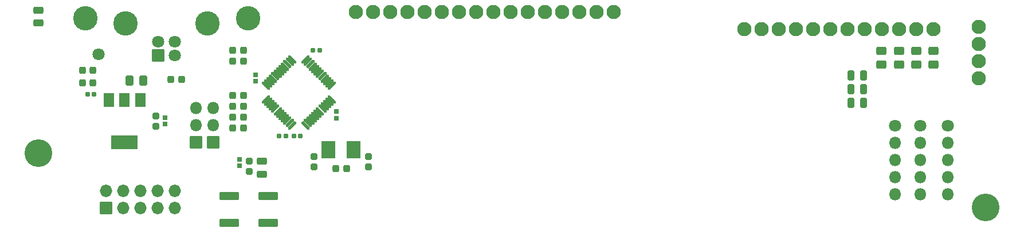
<source format=gbr>
G04 #@! TF.GenerationSoftware,KiCad,Pcbnew,7.0.1*
G04 #@! TF.CreationDate,2023-10-20T10:46:15+03:00*
G04 #@! TF.ProjectId,modelh,6d6f6465-6c68-42e6-9b69-6361645f7063,v0.1*
G04 #@! TF.SameCoordinates,Original*
G04 #@! TF.FileFunction,Soldermask,Top*
G04 #@! TF.FilePolarity,Negative*
%FSLAX46Y46*%
G04 Gerber Fmt 4.6, Leading zero omitted, Abs format (unit mm)*
G04 Created by KiCad (PCBNEW 7.0.1) date 2023-10-20 10:46:15*
%MOMM*%
%LPD*%
G01*
G04 APERTURE LIST*
G04 Aperture macros list*
%AMRoundRect*
0 Rectangle with rounded corners*
0 $1 Rounding radius*
0 $2 $3 $4 $5 $6 $7 $8 $9 X,Y pos of 4 corners*
0 Add a 4 corners polygon primitive as box body*
4,1,4,$2,$3,$4,$5,$6,$7,$8,$9,$2,$3,0*
0 Add four circle primitives for the rounded corners*
1,1,$1+$1,$2,$3*
1,1,$1+$1,$4,$5*
1,1,$1+$1,$6,$7*
1,1,$1+$1,$8,$9*
0 Add four rect primitives between the rounded corners*
20,1,$1+$1,$2,$3,$4,$5,0*
20,1,$1+$1,$4,$5,$6,$7,0*
20,1,$1+$1,$6,$7,$8,$9,0*
20,1,$1+$1,$8,$9,$2,$3,0*%
G04 Aperture macros list end*
%ADD10C,2.101600*%
%ADD11C,3.601600*%
%ADD12C,4.101600*%
%ADD13RoundRect,0.050800X0.850000X-0.850000X0.850000X0.850000X-0.850000X0.850000X-0.850000X-0.850000X0*%
%ADD14C,1.801600*%
%ADD15RoundRect,0.269550X-0.218750X-0.256250X0.218750X-0.256250X0.218750X0.256250X-0.218750X0.256250X0*%
%ADD16RoundRect,0.269550X0.256250X-0.218750X0.256250X0.218750X-0.256250X0.218750X-0.256250X-0.218750X0*%
%ADD17RoundRect,0.050800X-0.750000X1.000000X-0.750000X-1.000000X0.750000X-1.000000X0.750000X1.000000X0*%
%ADD18RoundRect,0.050800X-1.900000X1.000000X-1.900000X-1.000000X1.900000X-1.000000X1.900000X1.000000X0*%
%ADD19RoundRect,0.269550X0.218750X0.256250X-0.218750X0.256250X-0.218750X-0.256250X0.218750X-0.256250X0*%
%ADD20RoundRect,0.050800X0.863600X-0.863600X0.863600X0.863600X-0.863600X0.863600X-0.863600X-0.863600X0*%
%ADD21O,1.828800X1.828800*%
%ADD22RoundRect,0.269550X-0.256250X0.218750X-0.256250X-0.218750X0.256250X-0.218750X0.256250X0.218750X0*%
%ADD23RoundRect,0.198300X0.172500X-0.147500X0.172500X0.147500X-0.172500X0.147500X-0.172500X-0.147500X0*%
%ADD24RoundRect,0.198300X0.147500X0.172500X-0.147500X0.172500X-0.147500X-0.172500X0.147500X-0.172500X0*%
%ADD25RoundRect,0.050800X1.375000X0.500000X-1.375000X0.500000X-1.375000X-0.500000X1.375000X-0.500000X0*%
%ADD26RoundRect,0.050800X0.850000X0.850000X-0.850000X0.850000X-0.850000X-0.850000X0.850000X-0.850000X0*%
%ADD27O,1.801600X1.801600*%
%ADD28RoundRect,0.125800X0.521491X-0.415425X-0.415425X0.521491X-0.521491X0.415425X0.415425X-0.521491X0*%
%ADD29RoundRect,0.125800X0.521491X0.415425X0.415425X0.521491X-0.521491X-0.415425X-0.415425X-0.521491X0*%
%ADD30RoundRect,0.050800X1.000000X1.200000X-1.000000X1.200000X-1.000000X-1.200000X1.000000X-1.200000X0*%
%ADD31RoundRect,0.294550X0.456250X-0.243750X0.456250X0.243750X-0.456250X0.243750X-0.456250X-0.243750X0*%
%ADD32RoundRect,0.198300X-0.172500X0.147500X-0.172500X-0.147500X0.172500X-0.147500X0.172500X0.147500X0*%
%ADD33RoundRect,0.300800X-0.450000X0.325000X-0.450000X-0.325000X0.450000X-0.325000X0.450000X0.325000X0*%
%ADD34RoundRect,0.294550X0.243750X0.456250X-0.243750X0.456250X-0.243750X-0.456250X0.243750X-0.456250X0*%
%ADD35RoundRect,0.198300X-0.147500X-0.172500X0.147500X-0.172500X0.147500X0.172500X-0.147500X0.172500X0*%
%ADD36RoundRect,0.300800X-0.325000X-0.450000X0.325000X-0.450000X0.325000X0.450000X-0.325000X0.450000X0*%
%ADD37RoundRect,0.294550X-0.456250X0.243750X-0.456250X-0.243750X0.456250X-0.243750X0.456250X0.243750X0*%
G04 APERTURE END LIST*
D10*
X208750000Y-53300000D03*
X208750000Y-55840000D03*
X208750000Y-58380000D03*
X208750000Y-60920000D03*
D11*
X76770000Y-51990000D03*
X100770000Y-51990000D03*
D12*
X69770000Y-71990000D03*
X209770000Y-79990000D03*
D13*
X87470000Y-57490000D03*
D14*
X89970000Y-57490000D03*
X89970000Y-55490000D03*
X87470000Y-55490000D03*
D11*
X82700000Y-52780000D03*
X94740000Y-52780000D03*
D15*
X98482500Y-58340000D03*
X100057500Y-58340000D03*
D16*
X87170000Y-68027500D03*
X87170000Y-66452500D03*
D17*
X84820000Y-64090000D03*
X82520000Y-64090000D03*
D18*
X82520000Y-70390000D03*
D17*
X80220000Y-64090000D03*
D15*
X98482500Y-56740000D03*
X100057500Y-56740000D03*
X98482500Y-66640000D03*
X100057500Y-66640000D03*
D19*
X100057500Y-65040000D03*
X98482500Y-65040000D03*
D20*
X79770000Y-80140000D03*
D21*
X79770000Y-77600000D03*
X82310000Y-80140000D03*
X82310000Y-77600000D03*
X84850000Y-80140000D03*
X84850000Y-77600000D03*
X87390000Y-80140000D03*
X87390000Y-77600000D03*
X89930000Y-80140000D03*
X89930000Y-77600000D03*
D22*
X118520000Y-72452500D03*
X118520000Y-74027500D03*
D19*
X115307500Y-74240000D03*
X113732500Y-74240000D03*
D23*
X101870000Y-61325000D03*
X101870000Y-60355000D03*
D24*
X108505000Y-69440000D03*
X107535000Y-69440000D03*
D25*
X103750000Y-82290000D03*
X97990000Y-82290000D03*
X103750000Y-78290000D03*
X97990000Y-78290000D03*
D26*
X95610000Y-70340000D03*
X93070000Y-70340000D03*
D27*
X95610000Y-67800000D03*
X93070000Y-67800000D03*
X95610000Y-65260000D03*
X93070000Y-65260000D03*
D24*
X78040000Y-63240000D03*
X77070000Y-63240000D03*
D23*
X88470000Y-67675000D03*
X88470000Y-66705000D03*
D28*
X109268788Y-67877876D03*
X109622342Y-67524322D03*
X109975895Y-67170769D03*
X110329449Y-66817215D03*
X110683002Y-66463662D03*
X111036555Y-66110109D03*
X111390109Y-65756555D03*
X111743662Y-65403002D03*
X112097215Y-65049449D03*
X112450769Y-64695895D03*
X112804322Y-64342342D03*
X113157876Y-63988788D03*
D29*
X113157876Y-61991212D03*
X112804322Y-61637658D03*
X112450769Y-61284105D03*
X112097215Y-60930551D03*
X111743662Y-60576998D03*
X111390109Y-60223445D03*
X111036555Y-59869891D03*
X110683002Y-59516338D03*
X110329449Y-59162785D03*
X109975895Y-58809231D03*
X109622342Y-58455678D03*
X109268788Y-58102124D03*
D28*
X107271212Y-58102124D03*
X106917658Y-58455678D03*
X106564105Y-58809231D03*
X106210551Y-59162785D03*
X105856998Y-59516338D03*
X105503445Y-59869891D03*
X105149891Y-60223445D03*
X104796338Y-60576998D03*
X104442785Y-60930551D03*
X104089231Y-61284105D03*
X103735678Y-61637658D03*
X103382124Y-61991212D03*
D29*
X103382124Y-63988788D03*
X103735678Y-64342342D03*
X104089231Y-64695895D03*
X104442785Y-65049449D03*
X104796338Y-65403002D03*
X105149891Y-65756555D03*
X105503445Y-66110109D03*
X105856998Y-66463662D03*
X106210551Y-66817215D03*
X106564105Y-67170769D03*
X106917658Y-67524322D03*
X107271212Y-67877876D03*
D19*
X90957500Y-61040000D03*
X89382500Y-61040000D03*
D24*
X106355000Y-69440000D03*
X105385000Y-69440000D03*
D14*
X204170000Y-67940000D03*
D27*
X204170000Y-70480000D03*
X204170000Y-73020000D03*
X204170000Y-75560000D03*
X204170000Y-78100000D03*
D22*
X110520000Y-72452500D03*
X110520000Y-74027500D03*
D14*
X200070000Y-67940000D03*
D27*
X200070000Y-70480000D03*
X200070000Y-73020000D03*
X200070000Y-75560000D03*
X200070000Y-78100000D03*
D14*
X196370000Y-67940000D03*
D27*
X196370000Y-70480000D03*
X196370000Y-73020000D03*
X196370000Y-75560000D03*
X196370000Y-78100000D03*
D30*
X116370000Y-71490000D03*
X112670000Y-71490000D03*
D31*
X102770000Y-75077500D03*
X102770000Y-73202500D03*
D22*
X100970000Y-73152500D03*
X100970000Y-74727500D03*
D19*
X100057500Y-68240000D03*
X98482500Y-68240000D03*
X100057500Y-63440000D03*
X98482500Y-63440000D03*
D10*
X174080000Y-53600000D03*
X176620000Y-53600000D03*
X179160000Y-53600000D03*
X181700000Y-53600000D03*
X184240000Y-53600000D03*
X186780000Y-53600000D03*
X189320000Y-53600000D03*
X191860000Y-53600000D03*
X194400000Y-53600000D03*
X196940000Y-53600000D03*
X199480000Y-53600000D03*
X202020000Y-53600000D03*
D32*
X99470000Y-72905000D03*
X99470000Y-73875000D03*
D33*
X196970000Y-56815000D03*
X196970000Y-58865000D03*
X194370000Y-56790000D03*
X194370000Y-58840000D03*
X202070000Y-56815000D03*
X202070000Y-58865000D03*
X199470000Y-56815000D03*
X199470000Y-58865000D03*
D34*
X191737500Y-60440000D03*
X189862500Y-60440000D03*
X191737500Y-62470000D03*
X189862500Y-62470000D03*
X191737500Y-64540000D03*
X189862500Y-64540000D03*
D35*
X110385000Y-56740000D03*
X111355000Y-56740000D03*
D36*
X83245000Y-61240000D03*
X85295000Y-61240000D03*
D10*
X116700000Y-51100000D03*
X119240000Y-51100000D03*
X121780000Y-51100000D03*
X124320000Y-51100000D03*
X126860000Y-51100000D03*
X129400000Y-51100000D03*
X131940000Y-51100000D03*
X134480000Y-51100000D03*
X137020000Y-51100000D03*
X139560000Y-51100000D03*
X142100000Y-51100000D03*
X144640000Y-51100000D03*
X147180000Y-51100000D03*
X149720000Y-51100000D03*
X152260000Y-51100000D03*
X154800000Y-51100000D03*
D14*
X78670000Y-57340000D03*
D19*
X77870000Y-61540000D03*
X76295000Y-61540000D03*
D37*
X69770000Y-50802500D03*
X69770000Y-52677500D03*
D15*
X76282500Y-59740000D03*
X77857500Y-59740000D03*
D32*
X113800000Y-65815000D03*
X113800000Y-66785000D03*
G36*
X107526427Y-67200609D02*
G01*
X107526242Y-67202485D01*
X107505067Y-67234175D01*
X107561355Y-67290465D01*
X107593056Y-67269283D01*
X107594932Y-67269098D01*
X107596129Y-67270556D01*
X107595581Y-67272360D01*
X106665696Y-68202245D01*
X106663892Y-68202793D01*
X106662434Y-68201596D01*
X106662619Y-68199720D01*
X106683801Y-68168019D01*
X106627511Y-68111731D01*
X106595821Y-68132906D01*
X106593945Y-68133091D01*
X106592748Y-68131633D01*
X106593296Y-68129829D01*
X107523165Y-67199960D01*
X107524969Y-67199412D01*
X107526427Y-67200609D01*
G37*
G36*
X109016829Y-67199955D02*
G01*
X109946707Y-68129833D01*
X109947255Y-68131637D01*
X109946058Y-68133095D01*
X109944182Y-68132910D01*
X109912486Y-68111731D01*
X109856197Y-68168020D01*
X109877376Y-68199716D01*
X109877561Y-68201592D01*
X109876103Y-68202789D01*
X109874299Y-68202241D01*
X108944421Y-67272363D01*
X108943873Y-67270559D01*
X108945070Y-67269101D01*
X108946946Y-67269286D01*
X108978642Y-67290465D01*
X109034931Y-67234176D01*
X109013752Y-67202480D01*
X109013567Y-67200604D01*
X109015025Y-67199407D01*
X109016829Y-67199955D01*
G37*
G36*
X107172874Y-66847056D02*
G01*
X107172689Y-66848932D01*
X107151516Y-66880619D01*
X107207804Y-66936909D01*
X107239502Y-66915729D01*
X107241378Y-66915544D01*
X107242575Y-66917002D01*
X107242027Y-66918806D01*
X106312142Y-67848691D01*
X106310338Y-67849239D01*
X106308880Y-67848042D01*
X106309065Y-67846166D01*
X106330245Y-67814468D01*
X106273955Y-67758180D01*
X106242268Y-67779353D01*
X106240392Y-67779538D01*
X106239195Y-67778080D01*
X106239743Y-67776276D01*
X107169612Y-66846407D01*
X107171416Y-66845859D01*
X107172874Y-66847056D01*
G37*
G36*
X109370382Y-66846402D02*
G01*
X110300260Y-67776280D01*
X110300808Y-67778084D01*
X110299611Y-67779542D01*
X110297735Y-67779357D01*
X110266042Y-67758180D01*
X110209753Y-67814469D01*
X110230930Y-67846162D01*
X110231115Y-67848038D01*
X110229657Y-67849235D01*
X110227853Y-67848687D01*
X109297975Y-66918809D01*
X109297427Y-66917005D01*
X109298624Y-66915547D01*
X109300500Y-66915732D01*
X109332193Y-66936909D01*
X109388482Y-66880620D01*
X109367305Y-66848927D01*
X109367120Y-66847051D01*
X109368578Y-66845854D01*
X109370382Y-66846402D01*
G37*
G36*
X106819320Y-66493502D02*
G01*
X106819135Y-66495378D01*
X106797960Y-66527068D01*
X106854248Y-66583358D01*
X106885949Y-66562176D01*
X106887825Y-66561991D01*
X106889022Y-66563449D01*
X106888474Y-66565253D01*
X105958589Y-67495138D01*
X105956785Y-67495686D01*
X105955327Y-67494489D01*
X105955512Y-67492613D01*
X105976694Y-67460912D01*
X105920404Y-67404624D01*
X105888714Y-67425799D01*
X105886838Y-67425984D01*
X105885641Y-67424526D01*
X105886189Y-67422722D01*
X106816058Y-66492853D01*
X106817862Y-66492305D01*
X106819320Y-66493502D01*
G37*
G36*
X109723936Y-66492848D02*
G01*
X110653814Y-67422726D01*
X110654362Y-67424530D01*
X110653165Y-67425988D01*
X110651289Y-67425803D01*
X110619593Y-67404624D01*
X110563304Y-67460913D01*
X110584483Y-67492609D01*
X110584668Y-67494485D01*
X110583210Y-67495682D01*
X110581406Y-67495134D01*
X109651528Y-66565256D01*
X109650980Y-66563452D01*
X109652177Y-66561994D01*
X109654053Y-66562179D01*
X109685749Y-66583358D01*
X109742038Y-66527069D01*
X109720859Y-66495373D01*
X109720674Y-66493497D01*
X109722132Y-66492300D01*
X109723936Y-66492848D01*
G37*
G36*
X106465767Y-66139949D02*
G01*
X106465582Y-66141825D01*
X106444409Y-66173512D01*
X106500697Y-66229802D01*
X106532395Y-66208622D01*
X106534271Y-66208437D01*
X106535468Y-66209895D01*
X106534920Y-66211699D01*
X105605035Y-67141584D01*
X105603231Y-67142132D01*
X105601773Y-67140935D01*
X105601958Y-67139059D01*
X105623138Y-67107361D01*
X105566848Y-67051073D01*
X105535161Y-67072246D01*
X105533285Y-67072431D01*
X105532088Y-67070973D01*
X105532636Y-67069169D01*
X106462505Y-66139300D01*
X106464309Y-66138752D01*
X106465767Y-66139949D01*
G37*
G36*
X110077489Y-66139295D02*
G01*
X111007367Y-67069173D01*
X111007915Y-67070977D01*
X111006718Y-67072435D01*
X111004842Y-67072250D01*
X110973149Y-67051073D01*
X110916860Y-67107362D01*
X110938037Y-67139055D01*
X110938222Y-67140931D01*
X110936764Y-67142128D01*
X110934960Y-67141580D01*
X110005082Y-66211702D01*
X110004534Y-66209898D01*
X110005731Y-66208440D01*
X110007607Y-66208625D01*
X110039300Y-66229802D01*
X110095589Y-66173513D01*
X110074412Y-66141820D01*
X110074227Y-66139944D01*
X110075685Y-66138747D01*
X110077489Y-66139295D01*
G37*
G36*
X106112214Y-65786396D02*
G01*
X106112029Y-65788272D01*
X106090856Y-65819959D01*
X106147144Y-65876249D01*
X106178842Y-65855069D01*
X106180718Y-65854884D01*
X106181915Y-65856342D01*
X106181367Y-65858146D01*
X105251482Y-66788031D01*
X105249678Y-66788579D01*
X105248220Y-66787382D01*
X105248405Y-66785506D01*
X105269585Y-66753808D01*
X105213295Y-66697520D01*
X105181608Y-66718693D01*
X105179732Y-66718878D01*
X105178535Y-66717420D01*
X105179083Y-66715616D01*
X106108952Y-65785747D01*
X106110756Y-65785199D01*
X106112214Y-65786396D01*
G37*
G36*
X110431042Y-65785742D02*
G01*
X111360920Y-66715620D01*
X111361468Y-66717424D01*
X111360271Y-66718882D01*
X111358395Y-66718697D01*
X111326702Y-66697520D01*
X111270413Y-66753809D01*
X111291590Y-66785502D01*
X111291775Y-66787378D01*
X111290317Y-66788575D01*
X111288513Y-66788027D01*
X110358635Y-65858149D01*
X110358087Y-65856345D01*
X110359284Y-65854887D01*
X110361160Y-65855072D01*
X110392853Y-65876249D01*
X110449142Y-65819960D01*
X110427965Y-65788267D01*
X110427780Y-65786391D01*
X110429238Y-65785194D01*
X110431042Y-65785742D01*
G37*
G36*
X105758660Y-65432842D02*
G01*
X105758475Y-65434718D01*
X105737300Y-65466408D01*
X105793588Y-65522698D01*
X105825289Y-65501516D01*
X105827165Y-65501331D01*
X105828362Y-65502789D01*
X105827814Y-65504593D01*
X104897929Y-66434478D01*
X104896125Y-66435026D01*
X104894667Y-66433829D01*
X104894852Y-66431953D01*
X104916034Y-66400252D01*
X104859744Y-66343964D01*
X104828054Y-66365139D01*
X104826178Y-66365324D01*
X104824981Y-66363866D01*
X104825529Y-66362062D01*
X105755398Y-65432193D01*
X105757202Y-65431645D01*
X105758660Y-65432842D01*
G37*
G36*
X110784596Y-65432188D02*
G01*
X111714474Y-66362066D01*
X111715022Y-66363870D01*
X111713825Y-66365328D01*
X111711949Y-66365143D01*
X111680253Y-66343964D01*
X111623964Y-66400253D01*
X111645143Y-66431949D01*
X111645328Y-66433825D01*
X111643870Y-66435022D01*
X111642066Y-66434474D01*
X110712188Y-65504596D01*
X110711640Y-65502792D01*
X110712837Y-65501334D01*
X110714713Y-65501519D01*
X110746409Y-65522698D01*
X110802698Y-65466409D01*
X110781519Y-65434713D01*
X110781334Y-65432837D01*
X110782792Y-65431640D01*
X110784596Y-65432188D01*
G37*
G36*
X105405107Y-65079289D02*
G01*
X105404922Y-65081165D01*
X105383749Y-65112852D01*
X105440037Y-65169142D01*
X105471735Y-65147962D01*
X105473611Y-65147777D01*
X105474808Y-65149235D01*
X105474260Y-65151039D01*
X104544375Y-66080924D01*
X104542571Y-66081472D01*
X104541113Y-66080275D01*
X104541298Y-66078399D01*
X104562478Y-66046701D01*
X104506188Y-65990413D01*
X104474501Y-66011586D01*
X104472625Y-66011771D01*
X104471428Y-66010313D01*
X104471976Y-66008509D01*
X105401845Y-65078640D01*
X105403649Y-65078092D01*
X105405107Y-65079289D01*
G37*
G36*
X111138149Y-65078635D02*
G01*
X112068027Y-66008513D01*
X112068575Y-66010317D01*
X112067378Y-66011775D01*
X112065502Y-66011590D01*
X112033809Y-65990413D01*
X111977520Y-66046702D01*
X111998697Y-66078395D01*
X111998882Y-66080271D01*
X111997424Y-66081468D01*
X111995620Y-66080920D01*
X111065742Y-65151042D01*
X111065194Y-65149238D01*
X111066391Y-65147780D01*
X111068267Y-65147965D01*
X111099960Y-65169142D01*
X111156249Y-65112853D01*
X111135072Y-65081160D01*
X111134887Y-65079284D01*
X111136345Y-65078087D01*
X111138149Y-65078635D01*
G37*
G36*
X105051554Y-64725736D02*
G01*
X105051369Y-64727612D01*
X105030196Y-64759299D01*
X105086484Y-64815589D01*
X105118182Y-64794409D01*
X105120058Y-64794224D01*
X105121255Y-64795682D01*
X105120707Y-64797486D01*
X104190822Y-65727371D01*
X104189018Y-65727919D01*
X104187560Y-65726722D01*
X104187745Y-65724846D01*
X104208925Y-65693148D01*
X104152635Y-65636860D01*
X104120948Y-65658033D01*
X104119072Y-65658218D01*
X104117875Y-65656760D01*
X104118423Y-65654956D01*
X105048292Y-64725087D01*
X105050096Y-64724539D01*
X105051554Y-64725736D01*
G37*
G36*
X111491702Y-64725082D02*
G01*
X112421580Y-65654960D01*
X112422128Y-65656764D01*
X112420931Y-65658222D01*
X112419055Y-65658037D01*
X112387362Y-65636860D01*
X112331073Y-65693149D01*
X112352250Y-65724842D01*
X112352435Y-65726718D01*
X112350977Y-65727915D01*
X112349173Y-65727367D01*
X111419295Y-64797489D01*
X111418747Y-64795685D01*
X111419944Y-64794227D01*
X111421820Y-64794412D01*
X111453513Y-64815589D01*
X111509802Y-64759300D01*
X111488625Y-64727607D01*
X111488440Y-64725731D01*
X111489898Y-64724534D01*
X111491702Y-64725082D01*
G37*
G36*
X104698000Y-64372182D02*
G01*
X104697815Y-64374058D01*
X104676640Y-64405748D01*
X104732928Y-64462038D01*
X104764629Y-64440856D01*
X104766505Y-64440671D01*
X104767702Y-64442129D01*
X104767154Y-64443933D01*
X103837269Y-65373818D01*
X103835465Y-65374366D01*
X103834007Y-65373169D01*
X103834192Y-65371293D01*
X103855374Y-65339592D01*
X103799084Y-65283304D01*
X103767394Y-65304479D01*
X103765518Y-65304664D01*
X103764321Y-65303206D01*
X103764869Y-65301402D01*
X104694738Y-64371533D01*
X104696542Y-64370985D01*
X104698000Y-64372182D01*
G37*
G36*
X111845256Y-64371528D02*
G01*
X112775134Y-65301406D01*
X112775682Y-65303210D01*
X112774485Y-65304668D01*
X112772609Y-65304483D01*
X112740913Y-65283304D01*
X112684624Y-65339593D01*
X112705803Y-65371289D01*
X112705988Y-65373165D01*
X112704530Y-65374362D01*
X112702726Y-65373814D01*
X111772848Y-64443936D01*
X111772300Y-64442132D01*
X111773497Y-64440674D01*
X111775373Y-64440859D01*
X111807069Y-64462038D01*
X111863358Y-64405749D01*
X111842179Y-64374053D01*
X111841994Y-64372177D01*
X111843452Y-64370980D01*
X111845256Y-64371528D01*
G37*
G36*
X104344447Y-64018629D02*
G01*
X104344262Y-64020505D01*
X104323089Y-64052192D01*
X104379377Y-64108482D01*
X104411075Y-64087302D01*
X104412951Y-64087117D01*
X104414148Y-64088575D01*
X104413600Y-64090379D01*
X103483715Y-65020264D01*
X103481911Y-65020812D01*
X103480453Y-65019615D01*
X103480638Y-65017739D01*
X103501818Y-64986041D01*
X103445528Y-64929753D01*
X103413841Y-64950926D01*
X103411965Y-64951111D01*
X103410768Y-64949653D01*
X103411316Y-64947849D01*
X104341185Y-64017980D01*
X104342989Y-64017432D01*
X104344447Y-64018629D01*
G37*
G36*
X112198809Y-64017975D02*
G01*
X113128687Y-64947853D01*
X113129235Y-64949657D01*
X113128038Y-64951115D01*
X113126162Y-64950930D01*
X113094469Y-64929753D01*
X113038180Y-64986042D01*
X113059357Y-65017735D01*
X113059542Y-65019611D01*
X113058084Y-65020808D01*
X113056280Y-65020260D01*
X112126402Y-64090382D01*
X112125854Y-64088578D01*
X112127051Y-64087120D01*
X112128927Y-64087305D01*
X112160620Y-64108482D01*
X112216909Y-64052193D01*
X112195732Y-64020500D01*
X112195547Y-64018624D01*
X112197005Y-64017427D01*
X112198809Y-64017975D01*
G37*
G36*
X103990893Y-63665075D02*
G01*
X103990708Y-63666951D01*
X103969533Y-63698641D01*
X104025821Y-63754931D01*
X104057522Y-63733749D01*
X104059398Y-63733564D01*
X104060595Y-63735022D01*
X104060047Y-63736826D01*
X103130162Y-64666711D01*
X103128358Y-64667259D01*
X103126900Y-64666062D01*
X103127085Y-64664186D01*
X103148267Y-64632485D01*
X103091977Y-64576197D01*
X103060287Y-64597372D01*
X103058411Y-64597557D01*
X103057214Y-64596099D01*
X103057762Y-64594295D01*
X103987631Y-63664426D01*
X103989435Y-63663878D01*
X103990893Y-63665075D01*
G37*
G36*
X112552363Y-63664421D02*
G01*
X113482241Y-64594299D01*
X113482789Y-64596103D01*
X113481592Y-64597561D01*
X113479716Y-64597376D01*
X113448020Y-64576197D01*
X113391731Y-64632486D01*
X113412910Y-64664182D01*
X113413095Y-64666058D01*
X113411637Y-64667255D01*
X113409833Y-64666707D01*
X112479955Y-63736829D01*
X112479407Y-63735025D01*
X112480604Y-63733567D01*
X112482480Y-63733752D01*
X112514176Y-63754931D01*
X112570465Y-63698642D01*
X112549286Y-63666946D01*
X112549101Y-63665070D01*
X112550559Y-63663873D01*
X112552363Y-63664421D01*
G37*
G36*
X113413091Y-61313945D02*
G01*
X113412906Y-61315821D01*
X113391731Y-61347511D01*
X113448019Y-61403801D01*
X113479720Y-61382619D01*
X113481596Y-61382434D01*
X113482793Y-61383892D01*
X113482245Y-61385696D01*
X112552360Y-62315581D01*
X112550556Y-62316129D01*
X112549098Y-62314932D01*
X112549283Y-62313056D01*
X112570465Y-62281355D01*
X112514175Y-62225067D01*
X112482485Y-62246242D01*
X112480609Y-62246427D01*
X112479412Y-62244969D01*
X112479960Y-62243165D01*
X113409829Y-61313296D01*
X113411633Y-61312748D01*
X113413091Y-61313945D01*
G37*
G36*
X103130165Y-61313291D02*
G01*
X104060043Y-62243169D01*
X104060591Y-62244973D01*
X104059394Y-62246431D01*
X104057518Y-62246246D01*
X104025822Y-62225067D01*
X103969533Y-62281356D01*
X103990712Y-62313052D01*
X103990897Y-62314928D01*
X103989439Y-62316125D01*
X103987635Y-62315577D01*
X103057757Y-61385699D01*
X103057209Y-61383895D01*
X103058406Y-61382437D01*
X103060282Y-61382622D01*
X103091978Y-61403801D01*
X103148267Y-61347512D01*
X103127088Y-61315816D01*
X103126903Y-61313940D01*
X103128361Y-61312743D01*
X103130165Y-61313291D01*
G37*
G36*
X113059538Y-60960392D02*
G01*
X113059353Y-60962268D01*
X113038180Y-60993955D01*
X113094468Y-61050245D01*
X113126166Y-61029065D01*
X113128042Y-61028880D01*
X113129239Y-61030338D01*
X113128691Y-61032142D01*
X112198806Y-61962027D01*
X112197002Y-61962575D01*
X112195544Y-61961378D01*
X112195729Y-61959502D01*
X112216909Y-61927804D01*
X112160619Y-61871516D01*
X112128932Y-61892689D01*
X112127056Y-61892874D01*
X112125859Y-61891416D01*
X112126407Y-61889612D01*
X113056276Y-60959743D01*
X113058080Y-60959195D01*
X113059538Y-60960392D01*
G37*
G36*
X103483718Y-60959738D02*
G01*
X104413596Y-61889616D01*
X104414144Y-61891420D01*
X104412947Y-61892878D01*
X104411071Y-61892693D01*
X104379378Y-61871516D01*
X104323089Y-61927805D01*
X104344266Y-61959498D01*
X104344451Y-61961374D01*
X104342993Y-61962571D01*
X104341189Y-61962023D01*
X103411311Y-61032145D01*
X103410763Y-61030341D01*
X103411960Y-61028883D01*
X103413836Y-61029068D01*
X103445529Y-61050245D01*
X103501818Y-60993956D01*
X103480641Y-60962263D01*
X103480456Y-60960387D01*
X103481914Y-60959190D01*
X103483718Y-60959738D01*
G37*
G36*
X112705984Y-60606838D02*
G01*
X112705799Y-60608714D01*
X112684624Y-60640404D01*
X112740912Y-60696694D01*
X112772613Y-60675512D01*
X112774489Y-60675327D01*
X112775686Y-60676785D01*
X112775138Y-60678589D01*
X111845253Y-61608474D01*
X111843449Y-61609022D01*
X111841991Y-61607825D01*
X111842176Y-61605949D01*
X111863358Y-61574248D01*
X111807068Y-61517960D01*
X111775378Y-61539135D01*
X111773502Y-61539320D01*
X111772305Y-61537862D01*
X111772853Y-61536058D01*
X112702722Y-60606189D01*
X112704526Y-60605641D01*
X112705984Y-60606838D01*
G37*
G36*
X103837272Y-60606184D02*
G01*
X104767150Y-61536062D01*
X104767698Y-61537866D01*
X104766501Y-61539324D01*
X104764625Y-61539139D01*
X104732929Y-61517960D01*
X104676640Y-61574249D01*
X104697819Y-61605945D01*
X104698004Y-61607821D01*
X104696546Y-61609018D01*
X104694742Y-61608470D01*
X103764864Y-60678592D01*
X103764316Y-60676788D01*
X103765513Y-60675330D01*
X103767389Y-60675515D01*
X103799085Y-60696694D01*
X103855374Y-60640405D01*
X103834195Y-60608709D01*
X103834010Y-60606833D01*
X103835468Y-60605636D01*
X103837272Y-60606184D01*
G37*
G36*
X112352431Y-60253285D02*
G01*
X112352246Y-60255161D01*
X112331073Y-60286848D01*
X112387361Y-60343138D01*
X112419059Y-60321958D01*
X112420935Y-60321773D01*
X112422132Y-60323231D01*
X112421584Y-60325035D01*
X111491699Y-61254920D01*
X111489895Y-61255468D01*
X111488437Y-61254271D01*
X111488622Y-61252395D01*
X111509802Y-61220697D01*
X111453512Y-61164409D01*
X111421825Y-61185582D01*
X111419949Y-61185767D01*
X111418752Y-61184309D01*
X111419300Y-61182505D01*
X112349169Y-60252636D01*
X112350973Y-60252088D01*
X112352431Y-60253285D01*
G37*
G36*
X104190825Y-60252631D02*
G01*
X105120703Y-61182509D01*
X105121251Y-61184313D01*
X105120054Y-61185771D01*
X105118178Y-61185586D01*
X105086485Y-61164409D01*
X105030196Y-61220698D01*
X105051373Y-61252391D01*
X105051558Y-61254267D01*
X105050100Y-61255464D01*
X105048296Y-61254916D01*
X104118418Y-60325038D01*
X104117870Y-60323234D01*
X104119067Y-60321776D01*
X104120943Y-60321961D01*
X104152636Y-60343138D01*
X104208925Y-60286849D01*
X104187748Y-60255156D01*
X104187563Y-60253280D01*
X104189021Y-60252083D01*
X104190825Y-60252631D01*
G37*
G36*
X111998878Y-59899732D02*
G01*
X111998693Y-59901608D01*
X111977520Y-59933295D01*
X112033808Y-59989585D01*
X112065506Y-59968405D01*
X112067382Y-59968220D01*
X112068579Y-59969678D01*
X112068031Y-59971482D01*
X111138146Y-60901367D01*
X111136342Y-60901915D01*
X111134884Y-60900718D01*
X111135069Y-60898842D01*
X111156249Y-60867144D01*
X111099959Y-60810856D01*
X111068272Y-60832029D01*
X111066396Y-60832214D01*
X111065199Y-60830756D01*
X111065747Y-60828952D01*
X111995616Y-59899083D01*
X111997420Y-59898535D01*
X111998878Y-59899732D01*
G37*
G36*
X104544378Y-59899078D02*
G01*
X105474256Y-60828956D01*
X105474804Y-60830760D01*
X105473607Y-60832218D01*
X105471731Y-60832033D01*
X105440038Y-60810856D01*
X105383749Y-60867145D01*
X105404926Y-60898838D01*
X105405111Y-60900714D01*
X105403653Y-60901911D01*
X105401849Y-60901363D01*
X104471971Y-59971485D01*
X104471423Y-59969681D01*
X104472620Y-59968223D01*
X104474496Y-59968408D01*
X104506189Y-59989585D01*
X104562478Y-59933296D01*
X104541301Y-59901603D01*
X104541116Y-59899727D01*
X104542574Y-59898530D01*
X104544378Y-59899078D01*
G37*
G36*
X111645324Y-59546178D02*
G01*
X111645139Y-59548054D01*
X111623964Y-59579744D01*
X111680252Y-59636034D01*
X111711953Y-59614852D01*
X111713829Y-59614667D01*
X111715026Y-59616125D01*
X111714478Y-59617929D01*
X110784593Y-60547814D01*
X110782789Y-60548362D01*
X110781331Y-60547165D01*
X110781516Y-60545289D01*
X110802698Y-60513588D01*
X110746408Y-60457300D01*
X110714718Y-60478475D01*
X110712842Y-60478660D01*
X110711645Y-60477202D01*
X110712193Y-60475398D01*
X111642062Y-59545529D01*
X111643866Y-59544981D01*
X111645324Y-59546178D01*
G37*
G36*
X104897932Y-59545524D02*
G01*
X105827810Y-60475402D01*
X105828358Y-60477206D01*
X105827161Y-60478664D01*
X105825285Y-60478479D01*
X105793589Y-60457300D01*
X105737300Y-60513589D01*
X105758479Y-60545285D01*
X105758664Y-60547161D01*
X105757206Y-60548358D01*
X105755402Y-60547810D01*
X104825524Y-59617932D01*
X104824976Y-59616128D01*
X104826173Y-59614670D01*
X104828049Y-59614855D01*
X104859745Y-59636034D01*
X104916034Y-59579745D01*
X104894855Y-59548049D01*
X104894670Y-59546173D01*
X104896128Y-59544976D01*
X104897932Y-59545524D01*
G37*
G36*
X111291771Y-59192625D02*
G01*
X111291586Y-59194501D01*
X111270413Y-59226188D01*
X111326701Y-59282478D01*
X111358399Y-59261298D01*
X111360275Y-59261113D01*
X111361472Y-59262571D01*
X111360924Y-59264375D01*
X110431039Y-60194260D01*
X110429235Y-60194808D01*
X110427777Y-60193611D01*
X110427962Y-60191735D01*
X110449142Y-60160037D01*
X110392852Y-60103749D01*
X110361165Y-60124922D01*
X110359289Y-60125107D01*
X110358092Y-60123649D01*
X110358640Y-60121845D01*
X111288509Y-59191976D01*
X111290313Y-59191428D01*
X111291771Y-59192625D01*
G37*
G36*
X105251485Y-59191971D02*
G01*
X106181363Y-60121849D01*
X106181911Y-60123653D01*
X106180714Y-60125111D01*
X106178838Y-60124926D01*
X106147145Y-60103749D01*
X106090856Y-60160038D01*
X106112033Y-60191731D01*
X106112218Y-60193607D01*
X106110760Y-60194804D01*
X106108956Y-60194256D01*
X105179078Y-59264378D01*
X105178530Y-59262574D01*
X105179727Y-59261116D01*
X105181603Y-59261301D01*
X105213296Y-59282478D01*
X105269585Y-59226189D01*
X105248408Y-59194496D01*
X105248223Y-59192620D01*
X105249681Y-59191423D01*
X105251485Y-59191971D01*
G37*
G36*
X110938218Y-58839072D02*
G01*
X110938033Y-58840948D01*
X110916860Y-58872635D01*
X110973148Y-58928925D01*
X111004846Y-58907745D01*
X111006722Y-58907560D01*
X111007919Y-58909018D01*
X111007371Y-58910822D01*
X110077486Y-59840707D01*
X110075682Y-59841255D01*
X110074224Y-59840058D01*
X110074409Y-59838182D01*
X110095589Y-59806484D01*
X110039299Y-59750196D01*
X110007612Y-59771369D01*
X110005736Y-59771554D01*
X110004539Y-59770096D01*
X110005087Y-59768292D01*
X110934956Y-58838423D01*
X110936760Y-58837875D01*
X110938218Y-58839072D01*
G37*
G36*
X105605038Y-58838418D02*
G01*
X106534916Y-59768296D01*
X106535464Y-59770100D01*
X106534267Y-59771558D01*
X106532391Y-59771373D01*
X106500698Y-59750196D01*
X106444409Y-59806485D01*
X106465586Y-59838178D01*
X106465771Y-59840054D01*
X106464313Y-59841251D01*
X106462509Y-59840703D01*
X105532631Y-58910825D01*
X105532083Y-58909021D01*
X105533280Y-58907563D01*
X105535156Y-58907748D01*
X105566849Y-58928925D01*
X105623138Y-58872636D01*
X105601961Y-58840943D01*
X105601776Y-58839067D01*
X105603234Y-58837870D01*
X105605038Y-58838418D01*
G37*
G36*
X110584664Y-58485518D02*
G01*
X110584479Y-58487394D01*
X110563304Y-58519084D01*
X110619592Y-58575374D01*
X110651293Y-58554192D01*
X110653169Y-58554007D01*
X110654366Y-58555465D01*
X110653818Y-58557269D01*
X109723933Y-59487154D01*
X109722129Y-59487702D01*
X109720671Y-59486505D01*
X109720856Y-59484629D01*
X109742038Y-59452928D01*
X109685748Y-59396640D01*
X109654058Y-59417815D01*
X109652182Y-59418000D01*
X109650985Y-59416542D01*
X109651533Y-59414738D01*
X110581402Y-58484869D01*
X110583206Y-58484321D01*
X110584664Y-58485518D01*
G37*
G36*
X105958592Y-58484864D02*
G01*
X106888470Y-59414742D01*
X106889018Y-59416546D01*
X106887821Y-59418004D01*
X106885945Y-59417819D01*
X106854249Y-59396640D01*
X106797960Y-59452929D01*
X106819139Y-59484625D01*
X106819324Y-59486501D01*
X106817866Y-59487698D01*
X106816062Y-59487150D01*
X105886184Y-58557272D01*
X105885636Y-58555468D01*
X105886833Y-58554010D01*
X105888709Y-58554195D01*
X105920405Y-58575374D01*
X105976694Y-58519085D01*
X105955515Y-58487389D01*
X105955330Y-58485513D01*
X105956788Y-58484316D01*
X105958592Y-58484864D01*
G37*
G36*
X110231111Y-58131965D02*
G01*
X110230926Y-58133841D01*
X110209753Y-58165528D01*
X110266041Y-58221818D01*
X110297739Y-58200638D01*
X110299615Y-58200453D01*
X110300812Y-58201911D01*
X110300264Y-58203715D01*
X109370379Y-59133600D01*
X109368575Y-59134148D01*
X109367117Y-59132951D01*
X109367302Y-59131075D01*
X109388482Y-59099377D01*
X109332192Y-59043089D01*
X109300505Y-59064262D01*
X109298629Y-59064447D01*
X109297432Y-59062989D01*
X109297980Y-59061185D01*
X110227849Y-58131316D01*
X110229653Y-58130768D01*
X110231111Y-58131965D01*
G37*
G36*
X106312145Y-58131311D02*
G01*
X107242023Y-59061189D01*
X107242571Y-59062993D01*
X107241374Y-59064451D01*
X107239498Y-59064266D01*
X107207805Y-59043089D01*
X107151516Y-59099378D01*
X107172693Y-59131071D01*
X107172878Y-59132947D01*
X107171420Y-59134144D01*
X107169616Y-59133596D01*
X106239738Y-58203718D01*
X106239190Y-58201914D01*
X106240387Y-58200456D01*
X106242263Y-58200641D01*
X106273956Y-58221818D01*
X106330245Y-58165529D01*
X106309068Y-58133836D01*
X106308883Y-58131960D01*
X106310341Y-58130763D01*
X106312145Y-58131311D01*
G37*
G36*
X109877557Y-57778411D02*
G01*
X109877372Y-57780287D01*
X109856197Y-57811977D01*
X109912485Y-57868267D01*
X109944186Y-57847085D01*
X109946062Y-57846900D01*
X109947259Y-57848358D01*
X109946711Y-57850162D01*
X109016826Y-58780047D01*
X109015022Y-58780595D01*
X109013564Y-58779398D01*
X109013749Y-58777522D01*
X109034931Y-58745821D01*
X108978641Y-58689533D01*
X108946951Y-58710708D01*
X108945075Y-58710893D01*
X108943878Y-58709435D01*
X108944426Y-58707631D01*
X109874295Y-57777762D01*
X109876099Y-57777214D01*
X109877557Y-57778411D01*
G37*
G36*
X106665699Y-57777757D02*
G01*
X107595577Y-58707635D01*
X107596125Y-58709439D01*
X107594928Y-58710897D01*
X107593052Y-58710712D01*
X107561356Y-58689533D01*
X107505067Y-58745822D01*
X107526246Y-58777518D01*
X107526431Y-58779394D01*
X107524973Y-58780591D01*
X107523169Y-58780043D01*
X106593291Y-57850165D01*
X106592743Y-57848361D01*
X106593940Y-57846903D01*
X106595816Y-57847088D01*
X106627512Y-57868267D01*
X106683801Y-57811978D01*
X106662622Y-57780282D01*
X106662437Y-57778406D01*
X106663895Y-57777209D01*
X106665699Y-57777757D01*
G37*
M02*

</source>
